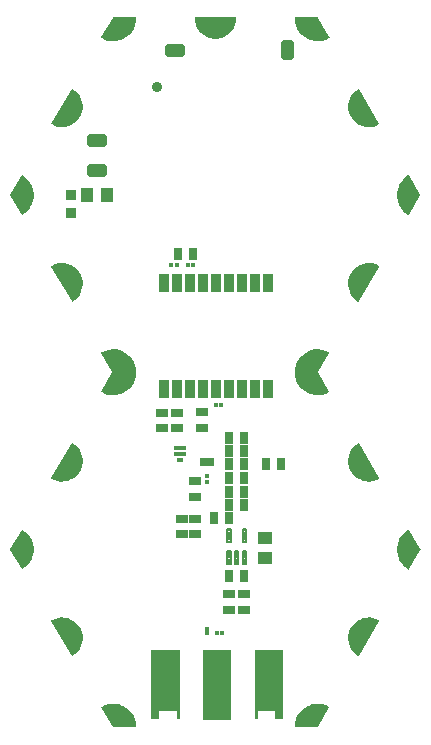
<source format=gbr>
G04 EAGLE Gerber RS-274X export*
G75*
%MOMM*%
%FSLAX34Y34*%
%LPD*%
%INSoldermask Top*%
%IPPOS*%
%AMOC8*
5,1,8,0,0,1.08239X$1,22.5*%
G01*
%ADD10R,0.901600X0.901600*%
%ADD11R,1.101600X1.201600*%
%ADD12C,0.605878*%
%ADD13R,0.951600X1.551600*%
%ADD14R,0.331600X0.321600*%
%ADD15R,1.001600X0.801600*%
%ADD16R,0.391600X0.401600*%
%ADD17R,0.401600X0.391600*%
%ADD18R,1.150000X0.750000*%
%ADD19R,0.801600X1.001600*%
%ADD20R,0.476600X0.401600*%
%ADD21C,0.200637*%
%ADD22R,0.351600X0.451600*%
%ADD23R,1.201600X1.101600*%
%ADD24C,1.101600*%
%ADD25R,2.391600X5.941600*%
%ADD26C,0.908000*%

G36*
X-47371Y-443598D02*
X-47371Y-443598D01*
X-47371Y-443597D01*
X-47371Y-436502D01*
X-32781Y-436502D01*
X-32781Y-443597D01*
X-32777Y-443602D01*
X-32776Y-443602D01*
X-30226Y-443602D01*
X-30221Y-443598D01*
X-30221Y-443597D01*
X-30221Y-385197D01*
X-30225Y-385192D01*
X-30226Y-385192D01*
X-54376Y-385192D01*
X-54381Y-385196D01*
X-54381Y-385197D01*
X-54381Y-443597D01*
X-54377Y-443602D01*
X-54376Y-443602D01*
X-47376Y-443602D01*
X-47371Y-443598D01*
G37*
G36*
X35829Y-443598D02*
X35829Y-443598D01*
X35829Y-443597D01*
X35829Y-436502D01*
X50419Y-436502D01*
X50419Y-443597D01*
X50423Y-443602D01*
X50424Y-443602D01*
X57424Y-443602D01*
X57429Y-443598D01*
X57429Y-443597D01*
X57429Y-385197D01*
X57425Y-385192D01*
X57424Y-385192D01*
X33274Y-385192D01*
X33269Y-385196D01*
X33269Y-385197D01*
X33269Y-443597D01*
X33273Y-443602D01*
X33274Y-443602D01*
X35824Y-443602D01*
X35829Y-443598D01*
G37*
G36*
X87396Y-169509D02*
X87396Y-169509D01*
X87443Y-169511D01*
X90481Y-169146D01*
X90513Y-169135D01*
X90559Y-169130D01*
X93499Y-168282D01*
X93529Y-168266D01*
X93575Y-168254D01*
X96341Y-166945D01*
X96363Y-166928D01*
X96390Y-166918D01*
X96442Y-166869D01*
X96500Y-166826D01*
X96514Y-166801D01*
X96535Y-166782D01*
X96564Y-166716D01*
X96600Y-166654D01*
X96603Y-166626D01*
X96615Y-166600D01*
X96616Y-166528D01*
X96625Y-166457D01*
X96617Y-166430D01*
X96618Y-166401D01*
X96582Y-166306D01*
X96571Y-166266D01*
X96564Y-166257D01*
X96560Y-166245D01*
X87203Y-149994D01*
X96560Y-133743D01*
X96569Y-133716D01*
X96585Y-133692D01*
X96600Y-133622D01*
X96623Y-133554D01*
X96620Y-133526D01*
X96626Y-133498D01*
X96613Y-133428D01*
X96607Y-133356D01*
X96594Y-133331D01*
X96588Y-133303D01*
X96548Y-133243D01*
X96515Y-133180D01*
X96493Y-133162D01*
X96477Y-133138D01*
X96394Y-133080D01*
X96362Y-133053D01*
X96351Y-133050D01*
X96341Y-133043D01*
X93575Y-131734D01*
X93542Y-131726D01*
X93499Y-131706D01*
X90559Y-130858D01*
X90525Y-130855D01*
X90481Y-130842D01*
X87443Y-130477D01*
X87409Y-130480D01*
X87362Y-130474D01*
X84305Y-130601D01*
X84272Y-130609D01*
X84225Y-130610D01*
X81228Y-131226D01*
X81197Y-131239D01*
X81151Y-131249D01*
X78291Y-132337D01*
X78263Y-132355D01*
X78219Y-132372D01*
X75571Y-133905D01*
X75545Y-133927D01*
X75505Y-133950D01*
X73137Y-135888D01*
X73115Y-135915D01*
X73079Y-135944D01*
X71052Y-138237D01*
X71036Y-138266D01*
X71004Y-138301D01*
X69372Y-140889D01*
X69360Y-140921D01*
X69335Y-140960D01*
X68139Y-143777D01*
X68132Y-143810D01*
X68129Y-143817D01*
X68125Y-143823D01*
X68124Y-143829D01*
X68113Y-143853D01*
X67385Y-146825D01*
X67383Y-146859D01*
X67372Y-146904D01*
X67129Y-149954D01*
X67133Y-149983D01*
X67128Y-150011D01*
X67130Y-150021D01*
X67129Y-150034D01*
X67372Y-153084D01*
X67381Y-153116D01*
X67385Y-153163D01*
X68113Y-156135D01*
X68128Y-156166D01*
X68139Y-156211D01*
X69335Y-159028D01*
X69354Y-159056D01*
X69372Y-159099D01*
X71004Y-161687D01*
X71028Y-161711D01*
X71052Y-161751D01*
X73079Y-164044D01*
X73106Y-164064D01*
X73137Y-164100D01*
X75505Y-166038D01*
X75535Y-166054D01*
X75571Y-166083D01*
X78219Y-167617D01*
X78251Y-167627D01*
X78291Y-167651D01*
X81151Y-168740D01*
X81184Y-168745D01*
X81228Y-168762D01*
X84225Y-169378D01*
X84259Y-169378D01*
X84305Y-169387D01*
X87362Y-169514D01*
X87396Y-169509D01*
G37*
G36*
X-84251Y-169387D02*
X-84251Y-169387D01*
X-84218Y-169379D01*
X-84171Y-169378D01*
X-81174Y-168762D01*
X-81143Y-168749D01*
X-81097Y-168740D01*
X-78237Y-167651D01*
X-78209Y-167633D01*
X-78165Y-167617D01*
X-75517Y-166083D01*
X-75491Y-166061D01*
X-75451Y-166038D01*
X-73083Y-164100D01*
X-73061Y-164073D01*
X-73025Y-164044D01*
X-70998Y-161751D01*
X-70982Y-161722D01*
X-70950Y-161687D01*
X-69318Y-159099D01*
X-69306Y-159067D01*
X-69281Y-159028D01*
X-68085Y-156211D01*
X-68078Y-156178D01*
X-68059Y-156135D01*
X-67331Y-153163D01*
X-67329Y-153129D01*
X-67318Y-153084D01*
X-67075Y-150034D01*
X-67079Y-150005D01*
X-67074Y-149977D01*
X-67076Y-149967D01*
X-67075Y-149954D01*
X-67318Y-146904D01*
X-67327Y-146872D01*
X-67331Y-146825D01*
X-68059Y-143853D01*
X-68074Y-143822D01*
X-68085Y-143777D01*
X-69281Y-140960D01*
X-69300Y-140932D01*
X-69318Y-140889D01*
X-70950Y-138301D01*
X-70974Y-138277D01*
X-70998Y-138237D01*
X-73025Y-135944D01*
X-73052Y-135924D01*
X-73083Y-135888D01*
X-75451Y-133950D01*
X-75481Y-133934D01*
X-75517Y-133905D01*
X-78165Y-132372D01*
X-78197Y-132361D01*
X-78237Y-132337D01*
X-81097Y-131249D01*
X-81130Y-131243D01*
X-81174Y-131226D01*
X-84171Y-130610D01*
X-84205Y-130610D01*
X-84251Y-130601D01*
X-87308Y-130474D01*
X-87342Y-130479D01*
X-87389Y-130477D01*
X-90427Y-130842D01*
X-90459Y-130853D01*
X-90505Y-130858D01*
X-93445Y-131706D01*
X-93475Y-131722D01*
X-93521Y-131734D01*
X-96287Y-133043D01*
X-96309Y-133060D01*
X-96336Y-133070D01*
X-96388Y-133119D01*
X-96446Y-133162D01*
X-96460Y-133187D01*
X-96481Y-133206D01*
X-96510Y-133272D01*
X-96546Y-133334D01*
X-96549Y-133362D01*
X-96561Y-133388D01*
X-96562Y-133460D01*
X-96571Y-133531D01*
X-96563Y-133558D01*
X-96564Y-133587D01*
X-96528Y-133682D01*
X-96517Y-133722D01*
X-96510Y-133731D01*
X-96506Y-133743D01*
X-87149Y-149994D01*
X-96506Y-166245D01*
X-96515Y-166272D01*
X-96531Y-166296D01*
X-96546Y-166366D01*
X-96569Y-166434D01*
X-96566Y-166462D01*
X-96572Y-166490D01*
X-96559Y-166561D01*
X-96553Y-166632D01*
X-96540Y-166657D01*
X-96534Y-166685D01*
X-96494Y-166745D01*
X-96461Y-166808D01*
X-96439Y-166826D01*
X-96423Y-166850D01*
X-96340Y-166908D01*
X-96308Y-166935D01*
X-96297Y-166938D01*
X-96287Y-166945D01*
X-93521Y-168254D01*
X-93488Y-168262D01*
X-93445Y-168282D01*
X-90505Y-169130D01*
X-90471Y-169133D01*
X-90427Y-169146D01*
X-87389Y-169511D01*
X-87355Y-169508D01*
X-87308Y-169514D01*
X-84251Y-169387D01*
G37*
G36*
X1465Y132572D02*
X1465Y132572D01*
X1513Y132572D01*
X4282Y133034D01*
X4315Y133046D01*
X4362Y133054D01*
X7018Y133966D01*
X7048Y133983D01*
X7093Y133999D01*
X9563Y135335D01*
X9589Y135357D01*
X9632Y135380D01*
X11847Y137105D01*
X11870Y137131D01*
X11908Y137161D01*
X13810Y139226D01*
X13828Y139256D01*
X13860Y139291D01*
X15396Y141642D01*
X15409Y141674D01*
X15435Y141714D01*
X16563Y144286D01*
X16570Y144319D01*
X16590Y144364D01*
X17279Y147085D01*
X17281Y147120D01*
X17293Y147167D01*
X17525Y149965D01*
X17521Y149994D01*
X17526Y150023D01*
X17510Y150092D01*
X17501Y150162D01*
X17487Y150188D01*
X17480Y150216D01*
X17438Y150273D01*
X17403Y150335D01*
X17379Y150353D01*
X17362Y150376D01*
X17301Y150412D01*
X17244Y150455D01*
X17216Y150463D01*
X17191Y150478D01*
X17093Y150494D01*
X17052Y150505D01*
X17041Y150503D01*
X17027Y150505D01*
X-16973Y150505D01*
X-17002Y150499D01*
X-17031Y150502D01*
X-17098Y150480D01*
X-17168Y150466D01*
X-17192Y150449D01*
X-17220Y150440D01*
X-17273Y150393D01*
X-17332Y150353D01*
X-17348Y150329D01*
X-17370Y150309D01*
X-17401Y150245D01*
X-17439Y150186D01*
X-17444Y150157D01*
X-17456Y150131D01*
X-17465Y150031D01*
X-17472Y149989D01*
X-17469Y149979D01*
X-17471Y149965D01*
X-17239Y147167D01*
X-17229Y147133D01*
X-17225Y147085D01*
X-16536Y144364D01*
X-16521Y144332D01*
X-16509Y144286D01*
X-15381Y141714D01*
X-15361Y141686D01*
X-15342Y141642D01*
X-13806Y139291D01*
X-13782Y139267D01*
X-13756Y139226D01*
X-11854Y137161D01*
X-11826Y137140D01*
X-11793Y137105D01*
X-9578Y135380D01*
X-9547Y135365D01*
X-9509Y135335D01*
X-7039Y133999D01*
X-7006Y133989D01*
X-6964Y133966D01*
X-4308Y133054D01*
X-4274Y133050D01*
X-4228Y133034D01*
X-1459Y132572D01*
X-1424Y132573D01*
X-1377Y132565D01*
X1431Y132565D01*
X1465Y132572D01*
G37*
G36*
X-121366Y-90184D02*
X-121366Y-90184D01*
X-121295Y-90187D01*
X-121268Y-90177D01*
X-121239Y-90175D01*
X-121149Y-90133D01*
X-121109Y-90118D01*
X-121101Y-90110D01*
X-121088Y-90104D01*
X-118785Y-88505D01*
X-118761Y-88480D01*
X-118721Y-88452D01*
X-116712Y-86495D01*
X-116693Y-86466D01*
X-116658Y-86433D01*
X-114999Y-84172D01*
X-114984Y-84141D01*
X-114955Y-84102D01*
X-113691Y-81599D01*
X-113682Y-81565D01*
X-113660Y-81522D01*
X-112824Y-78845D01*
X-112821Y-78811D01*
X-112806Y-78765D01*
X-112423Y-75986D01*
X-112425Y-75952D01*
X-112419Y-75904D01*
X-112498Y-73101D01*
X-112506Y-73067D01*
X-112507Y-73019D01*
X-113046Y-70267D01*
X-113060Y-70235D01*
X-113069Y-70187D01*
X-114054Y-67562D01*
X-114069Y-67537D01*
X-114074Y-67517D01*
X-114082Y-67506D01*
X-114089Y-67487D01*
X-115493Y-65059D01*
X-115516Y-65033D01*
X-115540Y-64992D01*
X-117324Y-62828D01*
X-117351Y-62806D01*
X-117382Y-62769D01*
X-119498Y-60928D01*
X-119528Y-60911D01*
X-119564Y-60880D01*
X-121955Y-59412D01*
X-121987Y-59401D01*
X-122028Y-59375D01*
X-124627Y-58322D01*
X-124661Y-58315D01*
X-124706Y-58297D01*
X-127443Y-57686D01*
X-127478Y-57685D01*
X-127525Y-57674D01*
X-130325Y-57522D01*
X-130359Y-57527D01*
X-130407Y-57524D01*
X-133195Y-57834D01*
X-133228Y-57845D01*
X-133276Y-57850D01*
X-135974Y-58615D01*
X-136004Y-58631D01*
X-136051Y-58644D01*
X-138586Y-59843D01*
X-138610Y-59860D01*
X-138637Y-59870D01*
X-138689Y-59919D01*
X-138746Y-59962D01*
X-138760Y-59987D01*
X-138782Y-60007D01*
X-138810Y-60072D01*
X-138846Y-60134D01*
X-138849Y-60162D01*
X-138861Y-60189D01*
X-138862Y-60260D01*
X-138871Y-60331D01*
X-138863Y-60359D01*
X-138863Y-60388D01*
X-138829Y-60481D01*
X-138817Y-60522D01*
X-138810Y-60531D01*
X-138805Y-60544D01*
X-121805Y-89944D01*
X-121786Y-89966D01*
X-121773Y-89992D01*
X-121720Y-90040D01*
X-121673Y-90093D01*
X-121647Y-90105D01*
X-121625Y-90125D01*
X-121558Y-90148D01*
X-121494Y-90178D01*
X-121465Y-90180D01*
X-121437Y-90189D01*
X-121366Y-90184D01*
G37*
G36*
X-121366Y-390184D02*
X-121366Y-390184D01*
X-121295Y-390187D01*
X-121268Y-390177D01*
X-121239Y-390175D01*
X-121149Y-390133D01*
X-121109Y-390118D01*
X-121101Y-390110D01*
X-121088Y-390104D01*
X-118785Y-388505D01*
X-118761Y-388480D01*
X-118721Y-388452D01*
X-116712Y-386495D01*
X-116693Y-386466D01*
X-116658Y-386433D01*
X-114999Y-384172D01*
X-114984Y-384141D01*
X-114955Y-384102D01*
X-113691Y-381599D01*
X-113682Y-381565D01*
X-113660Y-381522D01*
X-112824Y-378845D01*
X-112821Y-378811D01*
X-112806Y-378765D01*
X-112423Y-375986D01*
X-112425Y-375952D01*
X-112419Y-375904D01*
X-112498Y-373101D01*
X-112506Y-373067D01*
X-112507Y-373019D01*
X-113046Y-370267D01*
X-113060Y-370235D01*
X-113069Y-370187D01*
X-114054Y-367562D01*
X-114069Y-367537D01*
X-114074Y-367517D01*
X-114082Y-367506D01*
X-114089Y-367487D01*
X-115493Y-365059D01*
X-115516Y-365033D01*
X-115540Y-364992D01*
X-117324Y-362828D01*
X-117351Y-362806D01*
X-117382Y-362769D01*
X-119498Y-360928D01*
X-119528Y-360911D01*
X-119564Y-360880D01*
X-121955Y-359412D01*
X-121987Y-359401D01*
X-122028Y-359375D01*
X-124627Y-358322D01*
X-124661Y-358315D01*
X-124706Y-358297D01*
X-127443Y-357686D01*
X-127478Y-357685D01*
X-127525Y-357674D01*
X-130325Y-357522D01*
X-130359Y-357527D01*
X-130407Y-357524D01*
X-133195Y-357834D01*
X-133228Y-357845D01*
X-133276Y-357850D01*
X-135974Y-358615D01*
X-136004Y-358631D01*
X-136051Y-358644D01*
X-138586Y-359843D01*
X-138610Y-359860D01*
X-138637Y-359870D01*
X-138689Y-359919D01*
X-138746Y-359962D01*
X-138760Y-359987D01*
X-138782Y-360007D01*
X-138810Y-360072D01*
X-138846Y-360134D01*
X-138849Y-360162D01*
X-138861Y-360189D01*
X-138862Y-360260D01*
X-138871Y-360331D01*
X-138863Y-360359D01*
X-138863Y-360388D01*
X-138829Y-360481D01*
X-138817Y-360522D01*
X-138810Y-360531D01*
X-138805Y-360544D01*
X-121805Y-389944D01*
X-121786Y-389966D01*
X-121773Y-389992D01*
X-121720Y-390040D01*
X-121673Y-390093D01*
X-121647Y-390105D01*
X-121625Y-390125D01*
X-121558Y-390148D01*
X-121494Y-390178D01*
X-121465Y-390180D01*
X-121437Y-390189D01*
X-121366Y-390184D01*
G37*
G36*
X130413Y57539D02*
X130413Y57539D01*
X130461Y57536D01*
X133249Y57846D01*
X133282Y57857D01*
X133330Y57862D01*
X136028Y58627D01*
X136058Y58643D01*
X136105Y58656D01*
X138640Y59855D01*
X138664Y59872D01*
X138691Y59882D01*
X138743Y59931D01*
X138800Y59974D01*
X138814Y59999D01*
X138836Y60019D01*
X138864Y60084D01*
X138900Y60146D01*
X138903Y60174D01*
X138915Y60201D01*
X138916Y60272D01*
X138925Y60343D01*
X138917Y60371D01*
X138917Y60400D01*
X138883Y60493D01*
X138871Y60534D01*
X138864Y60543D01*
X138859Y60556D01*
X121859Y89956D01*
X121840Y89978D01*
X121827Y90004D01*
X121774Y90052D01*
X121727Y90105D01*
X121701Y90117D01*
X121679Y90137D01*
X121612Y90160D01*
X121548Y90190D01*
X121519Y90192D01*
X121491Y90201D01*
X121420Y90196D01*
X121349Y90199D01*
X121322Y90189D01*
X121293Y90187D01*
X121203Y90145D01*
X121163Y90130D01*
X121155Y90122D01*
X121142Y90116D01*
X118839Y88517D01*
X118815Y88492D01*
X118775Y88464D01*
X116766Y86507D01*
X116747Y86478D01*
X116712Y86445D01*
X115053Y84184D01*
X115038Y84153D01*
X115009Y84114D01*
X113745Y81611D01*
X113736Y81577D01*
X113714Y81534D01*
X112878Y78857D01*
X112875Y78823D01*
X112860Y78777D01*
X112477Y75998D01*
X112479Y75964D01*
X112473Y75916D01*
X112552Y73113D01*
X112560Y73079D01*
X112561Y73031D01*
X113100Y70279D01*
X113114Y70247D01*
X113123Y70199D01*
X114108Y67574D01*
X114126Y67544D01*
X114143Y67499D01*
X115547Y65071D01*
X115570Y65045D01*
X115594Y65004D01*
X117378Y62840D01*
X117405Y62818D01*
X117436Y62781D01*
X119552Y60940D01*
X119582Y60923D01*
X119618Y60892D01*
X122009Y59424D01*
X122041Y59413D01*
X122082Y59387D01*
X124681Y58334D01*
X124715Y58327D01*
X124760Y58309D01*
X127497Y57698D01*
X127532Y57697D01*
X127579Y57686D01*
X130379Y57534D01*
X130413Y57539D01*
G37*
G36*
X130413Y-242461D02*
X130413Y-242461D01*
X130461Y-242464D01*
X133249Y-242154D01*
X133282Y-242143D01*
X133330Y-242138D01*
X136028Y-241373D01*
X136058Y-241357D01*
X136105Y-241344D01*
X138640Y-240145D01*
X138664Y-240128D01*
X138691Y-240118D01*
X138743Y-240069D01*
X138800Y-240026D01*
X138814Y-240001D01*
X138836Y-239981D01*
X138864Y-239916D01*
X138900Y-239855D01*
X138903Y-239826D01*
X138915Y-239799D01*
X138916Y-239728D01*
X138925Y-239657D01*
X138917Y-239629D01*
X138917Y-239600D01*
X138883Y-239507D01*
X138871Y-239466D01*
X138864Y-239457D01*
X138859Y-239444D01*
X121859Y-210044D01*
X121840Y-210022D01*
X121827Y-209996D01*
X121774Y-209948D01*
X121727Y-209895D01*
X121701Y-209883D01*
X121679Y-209863D01*
X121612Y-209840D01*
X121548Y-209810D01*
X121519Y-209808D01*
X121491Y-209799D01*
X121420Y-209804D01*
X121349Y-209801D01*
X121322Y-209811D01*
X121293Y-209813D01*
X121203Y-209855D01*
X121163Y-209870D01*
X121155Y-209878D01*
X121142Y-209884D01*
X118839Y-211483D01*
X118815Y-211509D01*
X118775Y-211536D01*
X116766Y-213493D01*
X116747Y-213522D01*
X116712Y-213555D01*
X115053Y-215816D01*
X115038Y-215847D01*
X115009Y-215886D01*
X113745Y-218389D01*
X113736Y-218423D01*
X113714Y-218466D01*
X112878Y-221143D01*
X112875Y-221177D01*
X112860Y-221223D01*
X112477Y-224002D01*
X112479Y-224036D01*
X112473Y-224084D01*
X112552Y-226887D01*
X112560Y-226921D01*
X112561Y-226969D01*
X113100Y-229721D01*
X113114Y-229753D01*
X113123Y-229801D01*
X114108Y-232426D01*
X114126Y-232456D01*
X114143Y-232501D01*
X115547Y-234929D01*
X115570Y-234955D01*
X115594Y-234997D01*
X117378Y-237160D01*
X117405Y-237182D01*
X117436Y-237219D01*
X119552Y-239060D01*
X119582Y-239077D01*
X119618Y-239109D01*
X122009Y-240576D01*
X122041Y-240587D01*
X122082Y-240613D01*
X124681Y-241666D01*
X124715Y-241673D01*
X124760Y-241691D01*
X127497Y-242302D01*
X127532Y-242303D01*
X127579Y-242314D01*
X130379Y-242466D01*
X130413Y-242461D01*
G37*
G36*
X121453Y-90183D02*
X121453Y-90183D01*
X121524Y-90184D01*
X121551Y-90173D01*
X121580Y-90169D01*
X121642Y-90135D01*
X121707Y-90107D01*
X121728Y-90086D01*
X121753Y-90072D01*
X121816Y-89996D01*
X121846Y-89965D01*
X121850Y-89955D01*
X121859Y-89944D01*
X138859Y-60544D01*
X138868Y-60516D01*
X138885Y-60492D01*
X138900Y-60423D01*
X138922Y-60355D01*
X138920Y-60326D01*
X138926Y-60298D01*
X138913Y-60228D01*
X138907Y-60157D01*
X138894Y-60131D01*
X138888Y-60103D01*
X138848Y-60044D01*
X138816Y-59981D01*
X138793Y-59962D01*
X138777Y-59938D01*
X138695Y-59881D01*
X138662Y-59854D01*
X138652Y-59851D01*
X138640Y-59843D01*
X136105Y-58644D01*
X136071Y-58636D01*
X136028Y-58615D01*
X133330Y-57850D01*
X133295Y-57848D01*
X133249Y-57834D01*
X130461Y-57524D01*
X130427Y-57527D01*
X130379Y-57522D01*
X127579Y-57674D01*
X127545Y-57683D01*
X127497Y-57686D01*
X124760Y-58297D01*
X124728Y-58311D01*
X124681Y-58322D01*
X122082Y-59375D01*
X122053Y-59394D01*
X122009Y-59412D01*
X119618Y-60880D01*
X119593Y-60903D01*
X119552Y-60928D01*
X117436Y-62769D01*
X117415Y-62796D01*
X117378Y-62828D01*
X115594Y-64992D01*
X115578Y-65022D01*
X115547Y-65059D01*
X114143Y-67487D01*
X114132Y-67520D01*
X114125Y-67533D01*
X114115Y-67547D01*
X114115Y-67550D01*
X114108Y-67562D01*
X113123Y-70187D01*
X113117Y-70222D01*
X113100Y-70267D01*
X112561Y-73019D01*
X112561Y-73054D01*
X112552Y-73101D01*
X112473Y-75904D01*
X112479Y-75938D01*
X112477Y-75986D01*
X112860Y-78765D01*
X112872Y-78797D01*
X112878Y-78845D01*
X113714Y-81522D01*
X113731Y-81553D01*
X113745Y-81599D01*
X115009Y-84102D01*
X115031Y-84129D01*
X115053Y-84172D01*
X116712Y-86433D01*
X116738Y-86456D01*
X116766Y-86495D01*
X118775Y-88452D01*
X118804Y-88471D01*
X118839Y-88505D01*
X121142Y-90104D01*
X121169Y-90116D01*
X121192Y-90134D01*
X121260Y-90155D01*
X121325Y-90183D01*
X121354Y-90183D01*
X121382Y-90191D01*
X121453Y-90183D01*
G37*
G36*
X121453Y-390183D02*
X121453Y-390183D01*
X121524Y-390184D01*
X121551Y-390173D01*
X121580Y-390169D01*
X121642Y-390135D01*
X121707Y-390107D01*
X121728Y-390086D01*
X121753Y-390072D01*
X121816Y-389996D01*
X121846Y-389965D01*
X121850Y-389955D01*
X121859Y-389944D01*
X138859Y-360544D01*
X138868Y-360516D01*
X138885Y-360492D01*
X138900Y-360423D01*
X138922Y-360355D01*
X138920Y-360326D01*
X138926Y-360298D01*
X138913Y-360228D01*
X138907Y-360157D01*
X138894Y-360131D01*
X138888Y-360103D01*
X138848Y-360044D01*
X138816Y-359981D01*
X138793Y-359962D01*
X138777Y-359938D01*
X138695Y-359881D01*
X138662Y-359854D01*
X138652Y-359851D01*
X138640Y-359843D01*
X136105Y-358644D01*
X136071Y-358636D01*
X136028Y-358615D01*
X133330Y-357850D01*
X133295Y-357848D01*
X133249Y-357834D01*
X130461Y-357524D01*
X130427Y-357527D01*
X130379Y-357522D01*
X127579Y-357674D01*
X127545Y-357683D01*
X127497Y-357686D01*
X124760Y-358297D01*
X124728Y-358311D01*
X124681Y-358322D01*
X122082Y-359375D01*
X122053Y-359394D01*
X122009Y-359412D01*
X119618Y-360880D01*
X119593Y-360903D01*
X119552Y-360928D01*
X117436Y-362769D01*
X117415Y-362796D01*
X117378Y-362828D01*
X115594Y-364992D01*
X115578Y-365022D01*
X115547Y-365059D01*
X114143Y-367487D01*
X114132Y-367520D01*
X114125Y-367533D01*
X114115Y-367547D01*
X114115Y-367550D01*
X114108Y-367562D01*
X113123Y-370187D01*
X113117Y-370222D01*
X113100Y-370267D01*
X112561Y-373019D01*
X112561Y-373054D01*
X112552Y-373101D01*
X112473Y-375904D01*
X112479Y-375938D01*
X112477Y-375986D01*
X112860Y-378765D01*
X112872Y-378797D01*
X112878Y-378845D01*
X113714Y-381522D01*
X113731Y-381553D01*
X113745Y-381599D01*
X115009Y-384102D01*
X115031Y-384129D01*
X115053Y-384172D01*
X116712Y-386433D01*
X116738Y-386456D01*
X116766Y-386495D01*
X118775Y-388452D01*
X118804Y-388471D01*
X118839Y-388505D01*
X121142Y-390104D01*
X121169Y-390116D01*
X121192Y-390134D01*
X121260Y-390155D01*
X121325Y-390183D01*
X121354Y-390183D01*
X121382Y-390191D01*
X121453Y-390183D01*
G37*
G36*
X-127525Y57686D02*
X-127525Y57686D01*
X-127491Y57695D01*
X-127443Y57698D01*
X-124706Y58309D01*
X-124674Y58323D01*
X-124627Y58334D01*
X-122028Y59387D01*
X-121999Y59406D01*
X-121955Y59424D01*
X-119564Y60892D01*
X-119539Y60915D01*
X-119498Y60940D01*
X-117382Y62781D01*
X-117361Y62808D01*
X-117324Y62840D01*
X-115540Y65004D01*
X-115524Y65034D01*
X-115493Y65071D01*
X-114089Y67499D01*
X-114078Y67532D01*
X-114054Y67574D01*
X-113069Y70199D01*
X-113063Y70234D01*
X-113046Y70279D01*
X-112507Y73031D01*
X-112507Y73066D01*
X-112498Y73113D01*
X-112419Y75916D01*
X-112425Y75950D01*
X-112423Y75998D01*
X-112806Y78777D01*
X-112818Y78809D01*
X-112824Y78857D01*
X-113660Y81534D01*
X-113677Y81565D01*
X-113691Y81611D01*
X-114955Y84114D01*
X-114977Y84141D01*
X-114999Y84184D01*
X-116658Y86445D01*
X-116684Y86468D01*
X-116712Y86507D01*
X-118721Y88464D01*
X-118750Y88483D01*
X-118785Y88517D01*
X-121088Y90116D01*
X-121115Y90128D01*
X-121138Y90146D01*
X-121206Y90167D01*
X-121271Y90195D01*
X-121300Y90195D01*
X-121328Y90203D01*
X-121399Y90195D01*
X-121470Y90196D01*
X-121497Y90185D01*
X-121526Y90181D01*
X-121588Y90147D01*
X-121653Y90119D01*
X-121674Y90098D01*
X-121699Y90084D01*
X-121762Y90008D01*
X-121792Y89977D01*
X-121796Y89967D01*
X-121805Y89956D01*
X-138805Y60556D01*
X-138814Y60528D01*
X-138831Y60504D01*
X-138846Y60435D01*
X-138868Y60367D01*
X-138866Y60338D01*
X-138872Y60310D01*
X-138859Y60240D01*
X-138853Y60169D01*
X-138840Y60143D01*
X-138834Y60115D01*
X-138794Y60056D01*
X-138762Y59993D01*
X-138739Y59974D01*
X-138723Y59950D01*
X-138641Y59893D01*
X-138608Y59866D01*
X-138598Y59863D01*
X-138586Y59855D01*
X-136051Y58656D01*
X-136017Y58648D01*
X-135974Y58627D01*
X-133276Y57862D01*
X-133241Y57860D01*
X-133195Y57846D01*
X-130407Y57536D01*
X-130373Y57539D01*
X-130325Y57534D01*
X-127525Y57686D01*
G37*
G36*
X-127525Y-242314D02*
X-127525Y-242314D01*
X-127491Y-242305D01*
X-127443Y-242302D01*
X-124706Y-241691D01*
X-124674Y-241677D01*
X-124627Y-241666D01*
X-122028Y-240613D01*
X-121999Y-240594D01*
X-121955Y-240576D01*
X-119564Y-239109D01*
X-119539Y-239085D01*
X-119498Y-239060D01*
X-117382Y-237219D01*
X-117361Y-237192D01*
X-117324Y-237160D01*
X-115540Y-234997D01*
X-115524Y-234966D01*
X-115493Y-234929D01*
X-114089Y-232501D01*
X-114078Y-232468D01*
X-114054Y-232426D01*
X-113069Y-229801D01*
X-113063Y-229766D01*
X-113046Y-229721D01*
X-112507Y-226969D01*
X-112507Y-226935D01*
X-112498Y-226887D01*
X-112419Y-224084D01*
X-112425Y-224050D01*
X-112423Y-224002D01*
X-112806Y-221223D01*
X-112818Y-221191D01*
X-112824Y-221143D01*
X-113660Y-218466D01*
X-113677Y-218435D01*
X-113691Y-218389D01*
X-114955Y-215886D01*
X-114977Y-215859D01*
X-114999Y-215816D01*
X-116658Y-213555D01*
X-116684Y-213532D01*
X-116712Y-213493D01*
X-118721Y-211536D01*
X-118750Y-211517D01*
X-118785Y-211483D01*
X-121088Y-209884D01*
X-121115Y-209872D01*
X-121138Y-209854D01*
X-121206Y-209833D01*
X-121271Y-209805D01*
X-121300Y-209805D01*
X-121328Y-209797D01*
X-121399Y-209805D01*
X-121470Y-209804D01*
X-121497Y-209815D01*
X-121526Y-209819D01*
X-121588Y-209853D01*
X-121653Y-209881D01*
X-121674Y-209902D01*
X-121699Y-209916D01*
X-121762Y-209992D01*
X-121792Y-210023D01*
X-121796Y-210033D01*
X-121805Y-210044D01*
X-138805Y-239444D01*
X-138814Y-239472D01*
X-138831Y-239496D01*
X-138846Y-239565D01*
X-138868Y-239633D01*
X-138866Y-239662D01*
X-138872Y-239690D01*
X-138859Y-239760D01*
X-138853Y-239831D01*
X-138840Y-239857D01*
X-138834Y-239885D01*
X-138794Y-239944D01*
X-138762Y-240007D01*
X-138739Y-240026D01*
X-138723Y-240050D01*
X-138641Y-240107D01*
X-138608Y-240134D01*
X-138598Y-240137D01*
X-138586Y-240145D01*
X-136051Y-241344D01*
X-136017Y-241352D01*
X-135974Y-241373D01*
X-133276Y-242138D01*
X-133241Y-242140D01*
X-133195Y-242154D01*
X-130407Y-242464D01*
X-130373Y-242461D01*
X-130325Y-242466D01*
X-127525Y-242314D01*
G37*
G36*
X87421Y130494D02*
X87421Y130494D01*
X87467Y130492D01*
X90511Y130861D01*
X90544Y130872D01*
X90590Y130877D01*
X93535Y131730D01*
X93565Y131746D01*
X93610Y131759D01*
X96380Y133073D01*
X96404Y133091D01*
X96431Y133101D01*
X96483Y133150D01*
X96540Y133193D01*
X96554Y133218D01*
X96575Y133238D01*
X96604Y133303D01*
X96639Y133365D01*
X96643Y133393D01*
X96655Y133420D01*
X96655Y133491D01*
X96664Y133562D01*
X96656Y133590D01*
X96657Y133619D01*
X96622Y133712D01*
X96610Y133753D01*
X96603Y133762D01*
X96598Y133775D01*
X87059Y150252D01*
X87008Y150309D01*
X86963Y150371D01*
X86943Y150383D01*
X86927Y150401D01*
X86858Y150434D01*
X86792Y150473D01*
X86766Y150477D01*
X86748Y150486D01*
X86703Y150488D01*
X86628Y150501D01*
X67588Y150524D01*
X67560Y150518D01*
X67531Y150520D01*
X67463Y150498D01*
X67393Y150484D01*
X67369Y150468D01*
X67342Y150459D01*
X67288Y150412D01*
X67229Y150372D01*
X67214Y150348D01*
X67192Y150329D01*
X67160Y150264D01*
X67122Y150204D01*
X67117Y150176D01*
X67104Y150150D01*
X67096Y150050D01*
X67089Y150008D01*
X67091Y149998D01*
X67090Y149984D01*
X67337Y146928D01*
X67346Y146895D01*
X67350Y146849D01*
X68083Y143872D01*
X68098Y143841D01*
X68109Y143795D01*
X69311Y140975D01*
X69330Y140947D01*
X69348Y140903D01*
X70987Y138312D01*
X71010Y138287D01*
X71035Y138248D01*
X73068Y135953D01*
X73095Y135932D01*
X73126Y135897D01*
X75501Y133958D01*
X75531Y133942D01*
X75567Y133912D01*
X78223Y132379D01*
X78255Y132368D01*
X78295Y132345D01*
X81162Y131257D01*
X81196Y131252D01*
X81240Y131235D01*
X84244Y130622D01*
X84278Y130622D01*
X84324Y130612D01*
X87387Y130488D01*
X87421Y130494D01*
G37*
G36*
X-84270Y130612D02*
X-84270Y130612D01*
X-84237Y130620D01*
X-84190Y130622D01*
X-81186Y131235D01*
X-81154Y131248D01*
X-81108Y131257D01*
X-78241Y132345D01*
X-78213Y132363D01*
X-78169Y132379D01*
X-75513Y133912D01*
X-75488Y133935D01*
X-75447Y133958D01*
X-73072Y135897D01*
X-73051Y135923D01*
X-73014Y135953D01*
X-70981Y138248D01*
X-70964Y138277D01*
X-70933Y138312D01*
X-69294Y140903D01*
X-69282Y140935D01*
X-69257Y140975D01*
X-68055Y143795D01*
X-68048Y143829D01*
X-68029Y143872D01*
X-67296Y146849D01*
X-67294Y146883D01*
X-67283Y146928D01*
X-67036Y149984D01*
X-67039Y150013D01*
X-67035Y150041D01*
X-67051Y150111D01*
X-67060Y150182D01*
X-67074Y150207D01*
X-67081Y150235D01*
X-67123Y150292D01*
X-67159Y150354D01*
X-67182Y150372D01*
X-67199Y150395D01*
X-67260Y150431D01*
X-67317Y150474D01*
X-67345Y150481D01*
X-67370Y150496D01*
X-67469Y150513D01*
X-67510Y150523D01*
X-67521Y150521D01*
X-67534Y150524D01*
X-86574Y150501D01*
X-86649Y150485D01*
X-86725Y150477D01*
X-86746Y150466D01*
X-86768Y150461D01*
X-86832Y150417D01*
X-86899Y150380D01*
X-86915Y150360D01*
X-86932Y150348D01*
X-86956Y150311D01*
X-87005Y150252D01*
X-96544Y133775D01*
X-96554Y133747D01*
X-96570Y133723D01*
X-96585Y133654D01*
X-96608Y133586D01*
X-96606Y133557D01*
X-96612Y133529D01*
X-96598Y133459D01*
X-96593Y133388D01*
X-96579Y133362D01*
X-96574Y133334D01*
X-96534Y133274D01*
X-96501Y133211D01*
X-96479Y133193D01*
X-96463Y133169D01*
X-96381Y133111D01*
X-96348Y133084D01*
X-96338Y133081D01*
X-96326Y133073D01*
X-93556Y131759D01*
X-93523Y131751D01*
X-93481Y131730D01*
X-90536Y130877D01*
X-90502Y130875D01*
X-90457Y130861D01*
X-87413Y130492D01*
X-87380Y130494D01*
X-87333Y130488D01*
X-84270Y130612D01*
G37*
G36*
X163754Y-16983D02*
X163754Y-16983D01*
X163825Y-16984D01*
X163852Y-16972D01*
X163881Y-16969D01*
X163943Y-16934D01*
X164008Y-16906D01*
X164029Y-16886D01*
X164054Y-16871D01*
X164117Y-16794D01*
X164147Y-16764D01*
X164151Y-16754D01*
X164160Y-16743D01*
X173660Y-243D01*
X173670Y-211D01*
X173679Y-198D01*
X173683Y-174D01*
X173684Y-170D01*
X173715Y-100D01*
X173715Y-76D01*
X173723Y-54D01*
X173717Y22D01*
X173718Y99D01*
X173708Y123D01*
X173707Y144D01*
X173686Y183D01*
X173660Y255D01*
X164160Y16755D01*
X164141Y16777D01*
X164128Y16803D01*
X164075Y16851D01*
X164028Y16904D01*
X164002Y16917D01*
X163981Y16936D01*
X163913Y16959D01*
X163849Y16990D01*
X163820Y16992D01*
X163793Y17001D01*
X163721Y16996D01*
X163650Y16999D01*
X163623Y16989D01*
X163594Y16987D01*
X163504Y16945D01*
X163464Y16930D01*
X163456Y16923D01*
X163443Y16917D01*
X160920Y15175D01*
X160896Y15151D01*
X160858Y15124D01*
X158646Y13000D01*
X158627Y12972D01*
X158593Y12940D01*
X156751Y10489D01*
X156737Y10458D01*
X156708Y10421D01*
X155283Y7706D01*
X155274Y7675D01*
X155258Y7650D01*
X155257Y7642D01*
X155252Y7632D01*
X154281Y4724D01*
X154277Y4690D01*
X154262Y4646D01*
X153770Y1619D01*
X153771Y1585D01*
X153763Y1539D01*
X153763Y-1527D01*
X153764Y-1531D01*
X153764Y-1533D01*
X153770Y-1560D01*
X153770Y-1607D01*
X154262Y-4634D01*
X154274Y-4665D01*
X154281Y-4712D01*
X155252Y-7620D01*
X155269Y-7650D01*
X155283Y-7694D01*
X156708Y-10409D01*
X156730Y-10435D01*
X156751Y-10477D01*
X158593Y-12928D01*
X158618Y-12951D01*
X158646Y-12988D01*
X160858Y-15112D01*
X160886Y-15130D01*
X160920Y-15163D01*
X163443Y-16905D01*
X163470Y-16916D01*
X163492Y-16935D01*
X163561Y-16955D01*
X163626Y-16983D01*
X163655Y-16983D01*
X163683Y-16991D01*
X163754Y-16983D01*
G37*
G36*
X163754Y-316983D02*
X163754Y-316983D01*
X163825Y-316984D01*
X163852Y-316972D01*
X163881Y-316969D01*
X163943Y-316934D01*
X164008Y-316906D01*
X164029Y-316886D01*
X164054Y-316871D01*
X164117Y-316794D01*
X164147Y-316764D01*
X164151Y-316754D01*
X164160Y-316743D01*
X173660Y-300243D01*
X173670Y-300211D01*
X173679Y-300198D01*
X173683Y-300174D01*
X173684Y-300170D01*
X173715Y-300100D01*
X173715Y-300076D01*
X173723Y-300054D01*
X173717Y-299978D01*
X173718Y-299901D01*
X173708Y-299877D01*
X173707Y-299856D01*
X173686Y-299817D01*
X173660Y-299745D01*
X164160Y-283245D01*
X164141Y-283223D01*
X164128Y-283197D01*
X164075Y-283149D01*
X164028Y-283096D01*
X164002Y-283083D01*
X163981Y-283064D01*
X163913Y-283041D01*
X163849Y-283010D01*
X163820Y-283009D01*
X163793Y-282999D01*
X163721Y-283004D01*
X163650Y-283001D01*
X163623Y-283011D01*
X163594Y-283013D01*
X163504Y-283055D01*
X163464Y-283070D01*
X163456Y-283077D01*
X163443Y-283083D01*
X160920Y-284825D01*
X160896Y-284849D01*
X160858Y-284876D01*
X158646Y-287000D01*
X158627Y-287028D01*
X158593Y-287060D01*
X156751Y-289511D01*
X156737Y-289542D01*
X156708Y-289579D01*
X155283Y-292294D01*
X155274Y-292325D01*
X155258Y-292350D01*
X155257Y-292358D01*
X155252Y-292368D01*
X154281Y-295276D01*
X154277Y-295310D01*
X154262Y-295354D01*
X153770Y-298381D01*
X153771Y-298415D01*
X153763Y-298461D01*
X153763Y-301527D01*
X153764Y-301531D01*
X153764Y-301533D01*
X153770Y-301560D01*
X153770Y-301607D01*
X154262Y-304634D01*
X154274Y-304665D01*
X154281Y-304712D01*
X155252Y-307620D01*
X155269Y-307650D01*
X155283Y-307694D01*
X156708Y-310409D01*
X156730Y-310435D01*
X156751Y-310477D01*
X158593Y-312928D01*
X158618Y-312951D01*
X158646Y-312988D01*
X160858Y-315112D01*
X160886Y-315130D01*
X160920Y-315163D01*
X163443Y-316905D01*
X163470Y-316916D01*
X163492Y-316935D01*
X163561Y-316955D01*
X163626Y-316983D01*
X163655Y-316983D01*
X163683Y-316991D01*
X163754Y-316983D01*
G37*
G36*
X-163667Y-16984D02*
X-163667Y-16984D01*
X-163596Y-16987D01*
X-163569Y-16977D01*
X-163540Y-16975D01*
X-163450Y-16933D01*
X-163410Y-16918D01*
X-163402Y-16911D01*
X-163389Y-16905D01*
X-160866Y-15163D01*
X-160842Y-15139D01*
X-160804Y-15112D01*
X-158592Y-12988D01*
X-158573Y-12960D01*
X-158539Y-12928D01*
X-156697Y-10477D01*
X-156683Y-10446D01*
X-156654Y-10409D01*
X-155229Y-7694D01*
X-155220Y-7661D01*
X-155198Y-7620D01*
X-154227Y-4712D01*
X-154223Y-4678D01*
X-154208Y-4634D01*
X-153716Y-1607D01*
X-153717Y-1573D01*
X-153709Y-1527D01*
X-153709Y1539D01*
X-153716Y1572D01*
X-153716Y1619D01*
X-154208Y4646D01*
X-154220Y4677D01*
X-154227Y4724D01*
X-155198Y7632D01*
X-155211Y7655D01*
X-155217Y7680D01*
X-155224Y7689D01*
X-155229Y7706D01*
X-156654Y10421D01*
X-156676Y10447D01*
X-156697Y10489D01*
X-158539Y12940D01*
X-158564Y12963D01*
X-158592Y13000D01*
X-160804Y15124D01*
X-160832Y15142D01*
X-160866Y15175D01*
X-163389Y16917D01*
X-163416Y16928D01*
X-163438Y16947D01*
X-163507Y16967D01*
X-163572Y16995D01*
X-163601Y16995D01*
X-163629Y17003D01*
X-163700Y16995D01*
X-163771Y16996D01*
X-163798Y16984D01*
X-163827Y16981D01*
X-163889Y16946D01*
X-163954Y16918D01*
X-163975Y16898D01*
X-164000Y16883D01*
X-164063Y16806D01*
X-164093Y16776D01*
X-164097Y16766D01*
X-164106Y16755D01*
X-173606Y255D01*
X-173630Y182D01*
X-173661Y112D01*
X-173661Y88D01*
X-173669Y66D01*
X-173663Y-10D01*
X-173664Y-87D01*
X-173654Y-111D01*
X-173653Y-132D01*
X-173632Y-171D01*
X-173613Y-223D01*
X-173612Y-229D01*
X-173610Y-231D01*
X-173606Y-243D01*
X-164106Y-16743D01*
X-164087Y-16765D01*
X-164074Y-16791D01*
X-164021Y-16839D01*
X-163974Y-16892D01*
X-163948Y-16905D01*
X-163927Y-16924D01*
X-163859Y-16947D01*
X-163795Y-16978D01*
X-163766Y-16980D01*
X-163739Y-16989D01*
X-163667Y-16984D01*
G37*
G36*
X-163667Y-316984D02*
X-163667Y-316984D01*
X-163596Y-316987D01*
X-163569Y-316977D01*
X-163540Y-316975D01*
X-163450Y-316933D01*
X-163410Y-316918D01*
X-163402Y-316911D01*
X-163389Y-316905D01*
X-160866Y-315163D01*
X-160842Y-315139D01*
X-160804Y-315112D01*
X-158592Y-312988D01*
X-158573Y-312960D01*
X-158539Y-312928D01*
X-156697Y-310477D01*
X-156683Y-310446D01*
X-156654Y-310409D01*
X-155229Y-307694D01*
X-155220Y-307661D01*
X-155198Y-307620D01*
X-154227Y-304712D01*
X-154223Y-304678D01*
X-154208Y-304634D01*
X-153716Y-301607D01*
X-153717Y-301573D01*
X-153709Y-301527D01*
X-153709Y-298461D01*
X-153716Y-298428D01*
X-153716Y-298381D01*
X-154208Y-295354D01*
X-154220Y-295323D01*
X-154227Y-295276D01*
X-155198Y-292368D01*
X-155211Y-292345D01*
X-155217Y-292320D01*
X-155224Y-292311D01*
X-155229Y-292294D01*
X-156654Y-289579D01*
X-156676Y-289553D01*
X-156697Y-289511D01*
X-158539Y-287060D01*
X-158564Y-287037D01*
X-158592Y-287000D01*
X-160804Y-284876D01*
X-160832Y-284858D01*
X-160866Y-284825D01*
X-163389Y-283083D01*
X-163416Y-283072D01*
X-163438Y-283053D01*
X-163507Y-283033D01*
X-163572Y-283005D01*
X-163601Y-283005D01*
X-163629Y-282997D01*
X-163700Y-283005D01*
X-163771Y-283005D01*
X-163798Y-283016D01*
X-163827Y-283019D01*
X-163889Y-283054D01*
X-163954Y-283082D01*
X-163975Y-283102D01*
X-164000Y-283117D01*
X-164063Y-283194D01*
X-164093Y-283224D01*
X-164097Y-283234D01*
X-164106Y-283245D01*
X-173606Y-299745D01*
X-173630Y-299818D01*
X-173661Y-299888D01*
X-173661Y-299912D01*
X-173669Y-299934D01*
X-173663Y-300010D01*
X-173664Y-300087D01*
X-173654Y-300111D01*
X-173653Y-300132D01*
X-173632Y-300171D01*
X-173613Y-300223D01*
X-173612Y-300229D01*
X-173610Y-300231D01*
X-173606Y-300243D01*
X-164106Y-316743D01*
X-164087Y-316765D01*
X-164074Y-316791D01*
X-164021Y-316839D01*
X-163974Y-316892D01*
X-163948Y-316905D01*
X-163927Y-316924D01*
X-163859Y-316947D01*
X-163795Y-316978D01*
X-163766Y-316980D01*
X-163739Y-316989D01*
X-163667Y-316984D01*
G37*
G36*
X86703Y-450478D02*
X86703Y-450478D01*
X86781Y-450469D01*
X86800Y-450458D01*
X86822Y-450454D01*
X86886Y-450410D01*
X86954Y-450371D01*
X86970Y-450352D01*
X86986Y-450341D01*
X87010Y-450303D01*
X87060Y-450243D01*
X96560Y-433743D01*
X96569Y-433716D01*
X96585Y-433692D01*
X96600Y-433622D01*
X96623Y-433554D01*
X96620Y-433526D01*
X96626Y-433498D01*
X96613Y-433428D01*
X96607Y-433356D01*
X96594Y-433331D01*
X96588Y-433303D01*
X96548Y-433243D01*
X96515Y-433180D01*
X96493Y-433162D01*
X96477Y-433138D01*
X96394Y-433080D01*
X96362Y-433053D01*
X96351Y-433050D01*
X96341Y-433043D01*
X93575Y-431734D01*
X93542Y-431726D01*
X93499Y-431706D01*
X90559Y-430858D01*
X90525Y-430855D01*
X90481Y-430842D01*
X87443Y-430477D01*
X87409Y-430480D01*
X87362Y-430474D01*
X84305Y-430601D01*
X84272Y-430609D01*
X84225Y-430610D01*
X81228Y-431226D01*
X81197Y-431239D01*
X81151Y-431249D01*
X78291Y-432337D01*
X78263Y-432355D01*
X78219Y-432372D01*
X75571Y-433905D01*
X75545Y-433927D01*
X75505Y-433950D01*
X73137Y-435888D01*
X73115Y-435915D01*
X73079Y-435944D01*
X71052Y-438237D01*
X71036Y-438266D01*
X71004Y-438301D01*
X69372Y-440889D01*
X69360Y-440921D01*
X69335Y-440960D01*
X68139Y-443777D01*
X68132Y-443810D01*
X68129Y-443817D01*
X68125Y-443823D01*
X68124Y-443829D01*
X68113Y-443853D01*
X67385Y-446825D01*
X67383Y-446859D01*
X67372Y-446904D01*
X67129Y-449954D01*
X67133Y-449983D01*
X67128Y-450011D01*
X67145Y-450080D01*
X67153Y-450152D01*
X67168Y-450176D01*
X67174Y-450204D01*
X67217Y-450262D01*
X67253Y-450324D01*
X67275Y-450341D01*
X67292Y-450364D01*
X67354Y-450401D01*
X67411Y-450444D01*
X67439Y-450451D01*
X67463Y-450466D01*
X67563Y-450482D01*
X67604Y-450493D01*
X67614Y-450491D01*
X67627Y-450493D01*
X86627Y-450493D01*
X86703Y-450478D01*
G37*
G36*
X-67545Y-450488D02*
X-67545Y-450488D01*
X-67517Y-450490D01*
X-67449Y-450468D01*
X-67378Y-450454D01*
X-67355Y-450438D01*
X-67328Y-450429D01*
X-67273Y-450382D01*
X-67214Y-450341D01*
X-67199Y-450317D01*
X-67178Y-450299D01*
X-67146Y-450234D01*
X-67107Y-450174D01*
X-67102Y-450146D01*
X-67090Y-450120D01*
X-67081Y-450019D01*
X-67074Y-449977D01*
X-67076Y-449967D01*
X-67075Y-449954D01*
X-67318Y-446904D01*
X-67327Y-446872D01*
X-67331Y-446825D01*
X-68059Y-443853D01*
X-68074Y-443822D01*
X-68085Y-443777D01*
X-69281Y-440960D01*
X-69300Y-440932D01*
X-69318Y-440889D01*
X-70950Y-438301D01*
X-70974Y-438277D01*
X-70998Y-438237D01*
X-73025Y-435944D01*
X-73052Y-435924D01*
X-73083Y-435888D01*
X-75451Y-433950D01*
X-75481Y-433934D01*
X-75517Y-433905D01*
X-78165Y-432372D01*
X-78197Y-432361D01*
X-78237Y-432337D01*
X-81097Y-431249D01*
X-81130Y-431243D01*
X-81174Y-431226D01*
X-84171Y-430610D01*
X-84205Y-430610D01*
X-84251Y-430601D01*
X-87308Y-430474D01*
X-87342Y-430479D01*
X-87389Y-430477D01*
X-90427Y-430842D01*
X-90459Y-430853D01*
X-90505Y-430858D01*
X-93445Y-431706D01*
X-93475Y-431722D01*
X-93521Y-431734D01*
X-96287Y-433043D01*
X-96309Y-433060D01*
X-96336Y-433070D01*
X-96388Y-433119D01*
X-96446Y-433162D01*
X-96460Y-433187D01*
X-96481Y-433206D01*
X-96510Y-433272D01*
X-96546Y-433334D01*
X-96549Y-433362D01*
X-96561Y-433388D01*
X-96562Y-433460D01*
X-96571Y-433531D01*
X-96563Y-433558D01*
X-96564Y-433587D01*
X-96528Y-433682D01*
X-96517Y-433722D01*
X-96510Y-433731D01*
X-96506Y-433743D01*
X-87006Y-450243D01*
X-86954Y-450302D01*
X-86908Y-450364D01*
X-86889Y-450375D01*
X-86874Y-450392D01*
X-86804Y-450426D01*
X-86737Y-450466D01*
X-86713Y-450470D01*
X-86695Y-450478D01*
X-86650Y-450480D01*
X-86573Y-450493D01*
X-67573Y-450493D01*
X-67545Y-450488D01*
G37*
D10*
X-122492Y116D03*
X-122492Y-14884D03*
D11*
X-109099Y202D03*
X-92099Y202D03*
D12*
X-94978Y24069D02*
X-105936Y24069D01*
X-94978Y24069D02*
X-94978Y19111D01*
X-105936Y19111D01*
X-105936Y24069D01*
X-105936Y44511D02*
X-94978Y44511D01*
X-105936Y44511D02*
X-105936Y49469D01*
X-94978Y49469D01*
X-94978Y44511D01*
X-40277Y120203D02*
X-29319Y120203D01*
X-40277Y120203D02*
X-40277Y125161D01*
X-29319Y125161D01*
X-29319Y120203D01*
X62982Y118123D02*
X62982Y129081D01*
X62982Y118123D02*
X58024Y118123D01*
X58024Y129081D01*
X62982Y129081D01*
X62982Y123879D02*
X58024Y123879D01*
D13*
X44127Y-74126D03*
X33127Y-74126D03*
X22127Y-74126D03*
X11127Y-74126D03*
X127Y-74126D03*
X-10873Y-74126D03*
X-21873Y-74126D03*
X-32873Y-74126D03*
X-43873Y-74126D03*
X-43873Y-164126D03*
X-32873Y-164126D03*
X-21873Y-164126D03*
X-10873Y-164126D03*
X127Y-164126D03*
X11127Y-164126D03*
X22127Y-164126D03*
X33127Y-164126D03*
X44127Y-164126D03*
D14*
X-7239Y-367212D03*
X-7239Y-370912D03*
D15*
X24511Y-338051D03*
X24511Y-351051D03*
D16*
X5903Y-370713D03*
X1463Y-370713D03*
D15*
X-17018Y-287043D03*
X-17018Y-274043D03*
X-17145Y-242420D03*
X-17145Y-255420D03*
D17*
X-7366Y-242504D03*
X-7366Y-238064D03*
D18*
X-7366Y-226187D03*
D19*
X11407Y-227965D03*
X24407Y-227965D03*
D15*
X-11430Y-183746D03*
X-11430Y-196746D03*
D20*
X-29972Y-223948D03*
X-27097Y-218948D03*
X-32847Y-218948D03*
X-27097Y-213948D03*
X-32847Y-213948D03*
D15*
X-32893Y-197381D03*
X-32893Y-184381D03*
X-45593Y-197381D03*
X-45593Y-184381D03*
D19*
X11407Y-239649D03*
X24407Y-239649D03*
X11407Y-205740D03*
X24407Y-205740D03*
X11407Y-216662D03*
X24407Y-216662D03*
D21*
X13039Y-301579D02*
X13039Y-312489D01*
X10029Y-312489D01*
X10029Y-301579D01*
X13039Y-301579D01*
X13039Y-310583D02*
X10029Y-310583D01*
X10029Y-308677D02*
X13039Y-308677D01*
X13039Y-306771D02*
X10029Y-306771D01*
X10029Y-304865D02*
X13039Y-304865D01*
X13039Y-302959D02*
X10029Y-302959D01*
X19539Y-301579D02*
X19539Y-312489D01*
X16529Y-312489D01*
X16529Y-301579D01*
X19539Y-301579D01*
X19539Y-310583D02*
X16529Y-310583D01*
X16529Y-308677D02*
X19539Y-308677D01*
X19539Y-306771D02*
X16529Y-306771D01*
X16529Y-304865D02*
X19539Y-304865D01*
X19539Y-302959D02*
X16529Y-302959D01*
X26039Y-301579D02*
X26039Y-312489D01*
X23029Y-312489D01*
X23029Y-301579D01*
X26039Y-301579D01*
X26039Y-310583D02*
X23029Y-310583D01*
X23029Y-308677D02*
X26039Y-308677D01*
X26039Y-306771D02*
X23029Y-306771D01*
X23029Y-304865D02*
X26039Y-304865D01*
X26039Y-302959D02*
X23029Y-302959D01*
X26039Y-293289D02*
X26039Y-282379D01*
X26039Y-293289D02*
X23029Y-293289D01*
X23029Y-282379D01*
X26039Y-282379D01*
X26039Y-291383D02*
X23029Y-291383D01*
X23029Y-289477D02*
X26039Y-289477D01*
X26039Y-287571D02*
X23029Y-287571D01*
X23029Y-285665D02*
X26039Y-285665D01*
X26039Y-283759D02*
X23029Y-283759D01*
X13039Y-282379D02*
X13039Y-293289D01*
X10029Y-293289D01*
X10029Y-282379D01*
X13039Y-282379D01*
X13039Y-291383D02*
X10029Y-291383D01*
X10029Y-289477D02*
X13039Y-289477D01*
X13039Y-287571D02*
X10029Y-287571D01*
X10029Y-285665D02*
X13039Y-285665D01*
X13039Y-283759D02*
X10029Y-283759D01*
D15*
X11557Y-338051D03*
X11557Y-351051D03*
D19*
X11534Y-322580D03*
X24534Y-322580D03*
X55776Y-227965D03*
X42776Y-227965D03*
X11534Y-262255D03*
X24534Y-262255D03*
X11453Y-273050D03*
X-1547Y-273050D03*
X24407Y-251206D03*
X11407Y-251206D03*
D22*
X5127Y-177321D03*
X127Y-177321D03*
X-37893Y-59280D03*
X-32893Y-59280D03*
D16*
X-23175Y-59309D03*
X-18735Y-59309D03*
D19*
X-31796Y-49400D03*
X-18796Y-49400D03*
D15*
X-28194Y-274043D03*
X-28194Y-287043D03*
D23*
X42167Y-290086D03*
X42167Y-307086D03*
D24*
X165227Y6D03*
X81357Y-158461D03*
X-81303Y-159350D03*
X-165173Y6D03*
X123927Y71506D03*
X123927Y-71494D03*
X-123873Y-71494D03*
X-123873Y71506D03*
X165227Y-299994D03*
X82627Y-443094D03*
X-82573Y-443094D03*
X-165173Y-299994D03*
X123927Y-228494D03*
X123927Y-371494D03*
X-123873Y-371494D03*
X-123873Y-228494D03*
X82627Y143073D03*
X-82573Y143073D03*
X27Y143106D03*
D25*
X1524Y-414397D03*
D26*
X-49530Y91694D03*
M02*

</source>
